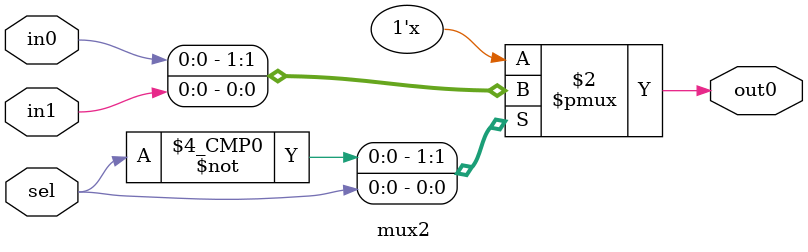
<source format=v>
module mux2
(
   input wire in0,
   input wire in1, 
   input wire sel,
   output reg out0
);

always @ (*)
begin
    case(sel)
        0: begin out0=in0; end
        1: begin out0=in1; end
    endcase
end

endmodule
</source>
